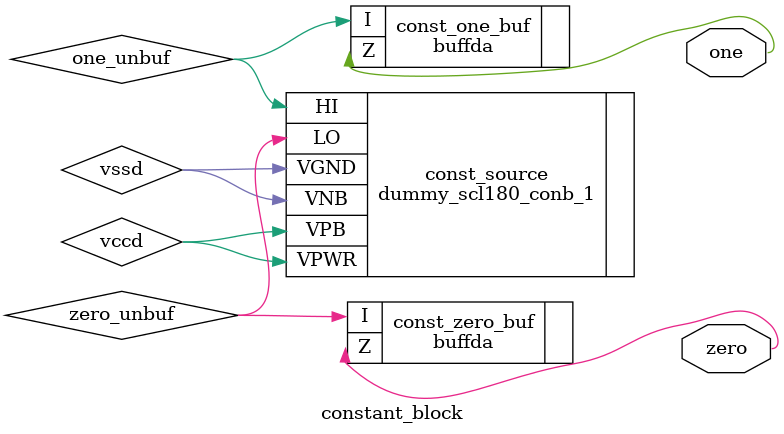
<source format=v>

`default_nettype wire
/* 
 *---------------------------------------------------------------------
 * A simple module that generates buffered high and low outputs
 * in the 1.8V domain.
 *---------------------------------------------------------------------
 */

module constant_block (
    `ifdef USE_POWER_PINS
         inout vccd,
         inout vssd,
    `endif

    output	 one,
    output	 zero
);

    wire	one_unbuf;
    wire	zero_unbuf;

    dummy_scl180_conb_1 const_source (
`ifndef USE_POWER_PINS
            .VPWR(vccd),
            .VGND(vssd),
            .VPB(vccd),
            .VNB(vssd),
`endif
            .HI(one_unbuf),
            .LO(zero_unbuf)
    );

    /* Buffer the constant outputs (could be synthesized) */
    /* NOTE:  Constant cell HI, LO outputs are connected to power	*/
    /* rails through an approximately 120 ohm resistor, which is not	*/
    /* enough to drive inputs in the I/O cells while ensuring ESD	*/
    /* requirements, without buffering.					*/

    buffda const_one_buf (
/*`ifdef USE_POWER_PINS
            .VPWR(vccd),
            .VGND(vssd),
            .VPB(vccd),
            .VNB(vssd),
`endif*/
            .I(one_unbuf),
            .Z(one)
    );

    buffda const_zero_buf (
/*`ifdef USE_POWER_PINS
            .VPWR(vccd),
            .VGND(vssd),
            .VPB(vccd),
            .VNB(vssd),
`endif*/
            .I(zero_unbuf),
            .Z(zero)
    );

endmodule
`default_nettype wire

</source>
